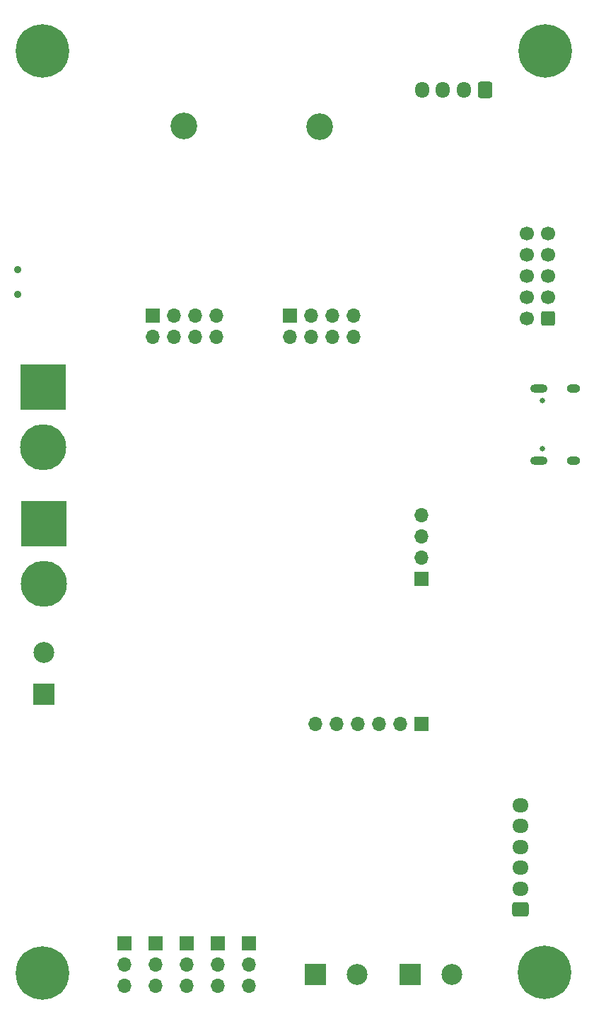
<source format=gbs>
%TF.GenerationSoftware,KiCad,Pcbnew,(6.0.7)*%
%TF.CreationDate,2023-03-12T18:49:50+01:00*%
%TF.ProjectId,Amon_board,416d6f6e-5f62-46f6-9172-642e6b696361,2.2*%
%TF.SameCoordinates,Original*%
%TF.FileFunction,Soldermask,Bot*%
%TF.FilePolarity,Negative*%
%FSLAX46Y46*%
G04 Gerber Fmt 4.6, Leading zero omitted, Abs format (unit mm)*
G04 Created by KiCad (PCBNEW (6.0.7)) date 2023-03-12 18:49:50*
%MOMM*%
%LPD*%
G01*
G04 APERTURE LIST*
G04 Aperture macros list*
%AMRoundRect*
0 Rectangle with rounded corners*
0 $1 Rounding radius*
0 $2 $3 $4 $5 $6 $7 $8 $9 X,Y pos of 4 corners*
0 Add a 4 corners polygon primitive as box body*
4,1,4,$2,$3,$4,$5,$6,$7,$8,$9,$2,$3,0*
0 Add four circle primitives for the rounded corners*
1,1,$1+$1,$2,$3*
1,1,$1+$1,$4,$5*
1,1,$1+$1,$6,$7*
1,1,$1+$1,$8,$9*
0 Add four rect primitives between the rounded corners*
20,1,$1+$1,$2,$3,$4,$5,0*
20,1,$1+$1,$4,$5,$6,$7,0*
20,1,$1+$1,$6,$7,$8,$9,0*
20,1,$1+$1,$8,$9,$2,$3,0*%
G04 Aperture macros list end*
%ADD10C,0.800000*%
%ADD11C,6.400000*%
%ADD12R,5.516000X5.516000*%
%ADD13C,5.516000*%
%ADD14R,1.700000X1.700000*%
%ADD15O,1.700000X1.700000*%
%ADD16R,2.500000X2.500000*%
%ADD17C,2.500000*%
%ADD18RoundRect,0.250000X0.600000X0.600000X-0.600000X0.600000X-0.600000X-0.600000X0.600000X-0.600000X0*%
%ADD19C,1.700000*%
%ADD20C,0.650000*%
%ADD21O,1.600000X1.000000*%
%ADD22O,2.100000X1.000000*%
%ADD23RoundRect,0.250000X0.725000X-0.600000X0.725000X0.600000X-0.725000X0.600000X-0.725000X-0.600000X0*%
%ADD24O,1.950000X1.700000*%
%ADD25C,0.900000*%
%ADD26RoundRect,0.250000X0.600000X0.725000X-0.600000X0.725000X-0.600000X-0.725000X0.600000X-0.725000X0*%
%ADD27O,1.700000X1.950000*%
%ADD28C,3.200000*%
G04 APERTURE END LIST*
D10*
X221762656Y-32237344D03*
X221762656Y-35631456D03*
X220065600Y-31534400D03*
X217665600Y-33934400D03*
D11*
X220065600Y-33934400D03*
D10*
X222465600Y-33934400D03*
X220065600Y-36334400D03*
X218368544Y-32237344D03*
X218368544Y-35631456D03*
D12*
X159969200Y-74174800D03*
D13*
X159969200Y-81374800D03*
D14*
X205232000Y-97068800D03*
D15*
X205232000Y-94528800D03*
X205232000Y-91988800D03*
X205232000Y-89448800D03*
D16*
X192521200Y-144424400D03*
D17*
X197521200Y-144424400D03*
D14*
X189531200Y-65550000D03*
D15*
X189531200Y-68090000D03*
X192071200Y-65550000D03*
X192071200Y-68090000D03*
X194611200Y-65550000D03*
X194611200Y-68090000D03*
X197151200Y-65550000D03*
X197151200Y-68090000D03*
D16*
X160020000Y-110866800D03*
D17*
X160020000Y-105866800D03*
D14*
X180873400Y-140716000D03*
D15*
X180873400Y-143256000D03*
X180873400Y-145796000D03*
D10*
X159918400Y-31534400D03*
D11*
X159918400Y-33934400D03*
D10*
X162318400Y-33934400D03*
X159918400Y-36334400D03*
X158221344Y-35631456D03*
X157518400Y-33934400D03*
X161615456Y-35631456D03*
X158221344Y-32237344D03*
X161615456Y-32237344D03*
D18*
X220421200Y-65887600D03*
D19*
X217881200Y-65887600D03*
X220421200Y-63347600D03*
X217881200Y-63347600D03*
X220421200Y-60807600D03*
X217881200Y-60807600D03*
X220421200Y-58267600D03*
X217881200Y-58267600D03*
X220421200Y-55727600D03*
X217881200Y-55727600D03*
D16*
X203900400Y-144424400D03*
D17*
X208900400Y-144424400D03*
D14*
X184607200Y-140716000D03*
D15*
X184607200Y-143256000D03*
X184607200Y-145796000D03*
D20*
X219777600Y-75748400D03*
X219777600Y-81528400D03*
D21*
X223457600Y-82958400D03*
X223457600Y-74318400D03*
D22*
X219277600Y-74318400D03*
X219277600Y-82958400D03*
D10*
X221711856Y-142473344D03*
X222414800Y-144170400D03*
X218317744Y-145867456D03*
X220014800Y-146570400D03*
X220014800Y-141770400D03*
X221711856Y-145867456D03*
X217614800Y-144170400D03*
X218317744Y-142473344D03*
D11*
X220014800Y-144170400D03*
D23*
X217148800Y-136653600D03*
D24*
X217148800Y-134153600D03*
X217148800Y-131653600D03*
X217148800Y-129153600D03*
X217148800Y-126653600D03*
X217148800Y-124153600D03*
D14*
X173405800Y-140716000D03*
D15*
X173405800Y-143256000D03*
X173405800Y-145796000D03*
D14*
X173122800Y-65550000D03*
D15*
X173122800Y-68090000D03*
X175662800Y-65550000D03*
X175662800Y-68090000D03*
X178202800Y-65550000D03*
X178202800Y-68090000D03*
X180742800Y-65550000D03*
X180742800Y-68090000D03*
D25*
X156946800Y-63057400D03*
X156946800Y-60057400D03*
D26*
X212842800Y-38603600D03*
D27*
X210342800Y-38603600D03*
X207842800Y-38603600D03*
X205342800Y-38603600D03*
D10*
X158221344Y-145918256D03*
X162318400Y-144221200D03*
X158221344Y-142524144D03*
X159918400Y-146621200D03*
X159918400Y-141821200D03*
X161615456Y-142524144D03*
D11*
X159918400Y-144221200D03*
D10*
X161615456Y-145918256D03*
X157518400Y-144221200D03*
D12*
X160020000Y-90492000D03*
D13*
X160020000Y-97692000D03*
D14*
X169672000Y-140716000D03*
D15*
X169672000Y-143256000D03*
X169672000Y-145796000D03*
D14*
X177139600Y-140716000D03*
D15*
X177139600Y-143256000D03*
X177139600Y-145796000D03*
D14*
X205282800Y-114452400D03*
D15*
X202742800Y-114452400D03*
X200202800Y-114452400D03*
X197662800Y-114452400D03*
X195122800Y-114452400D03*
X192582800Y-114452400D03*
D28*
X176821200Y-42913200D03*
X193077200Y-43014800D03*
M02*

</source>
